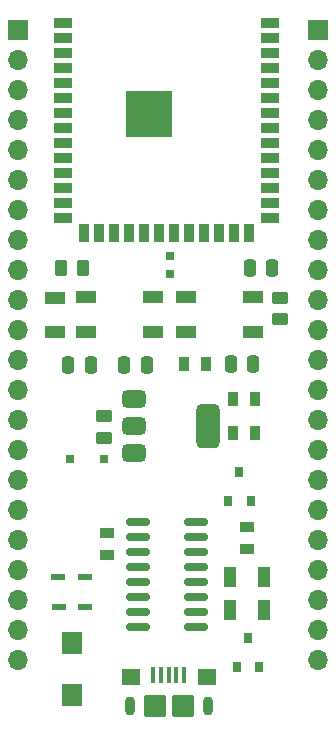
<source format=gbr>
%TF.GenerationSoftware,KiCad,Pcbnew,8.0.8*%
%TF.CreationDate,2025-02-25T12:41:36-05:00*%
%TF.ProjectId,pcb1,70636231-2e6b-4696-9361-645f70636258,rev?*%
%TF.SameCoordinates,Original*%
%TF.FileFunction,Soldermask,Top*%
%TF.FilePolarity,Negative*%
%FSLAX46Y46*%
G04 Gerber Fmt 4.6, Leading zero omitted, Abs format (unit mm)*
G04 Created by KiCad (PCBNEW 8.0.8) date 2025-02-25 12:41:36*
%MOMM*%
%LPD*%
G01*
G04 APERTURE LIST*
G04 Aperture macros list*
%AMRoundRect*
0 Rectangle with rounded corners*
0 $1 Rounding radius*
0 $2 $3 $4 $5 $6 $7 $8 $9 X,Y pos of 4 corners*
0 Add a 4 corners polygon primitive as box body*
4,1,4,$2,$3,$4,$5,$6,$7,$8,$9,$2,$3,0*
0 Add four circle primitives for the rounded corners*
1,1,$1+$1,$2,$3*
1,1,$1+$1,$4,$5*
1,1,$1+$1,$6,$7*
1,1,$1+$1,$8,$9*
0 Add four rect primitives between the rounded corners*
20,1,$1+$1,$2,$3,$4,$5,0*
20,1,$1+$1,$4,$5,$6,$7,0*
20,1,$1+$1,$6,$7,$8,$9,0*
20,1,$1+$1,$8,$9,$2,$3,0*%
G04 Aperture macros list end*
%ADD10R,1.016000X1.752600*%
%ADD11RoundRect,0.150000X-0.825000X-0.150000X0.825000X-0.150000X0.825000X0.150000X-0.825000X0.150000X0*%
%ADD12R,1.701800X1.879600*%
%ADD13R,0.799998X0.755599*%
%ADD14RoundRect,0.100000X-0.100000X-0.575000X0.100000X-0.575000X0.100000X0.575000X-0.100000X0.575000X0*%
%ADD15O,0.900000X1.600000*%
%ADD16RoundRect,0.250000X-0.550000X-0.450000X0.550000X-0.450000X0.550000X0.450000X-0.550000X0.450000X0*%
%ADD17RoundRect,0.250000X-0.700000X-0.700000X0.700000X-0.700000X0.700000X0.700000X-0.700000X0.700000X0*%
%ADD18RoundRect,0.250000X0.250000X0.475000X-0.250000X0.475000X-0.250000X-0.475000X0.250000X-0.475000X0*%
%ADD19R,0.863600X1.244600*%
%ADD20R,1.701800X0.990600*%
%ADD21R,0.660400X0.914400*%
%ADD22RoundRect,0.250000X0.450000X-0.262500X0.450000X0.262500X-0.450000X0.262500X-0.450000X-0.262500X0*%
%ADD23R,1.752600X1.016000*%
%ADD24RoundRect,0.250000X-0.250000X-0.475000X0.250000X-0.475000X0.250000X0.475000X-0.250000X0.475000X0*%
%ADD25R,1.500000X0.900000*%
%ADD26R,0.900000X1.500000*%
%ADD27C,0.600000*%
%ADD28R,3.900000X3.900000*%
%ADD29R,1.168400X0.482600*%
%ADD30RoundRect,0.375000X-0.625000X-0.375000X0.625000X-0.375000X0.625000X0.375000X-0.625000X0.375000X0*%
%ADD31RoundRect,0.500000X-0.500000X-1.400000X0.500000X-1.400000X0.500000X1.400000X-0.500000X1.400000X0*%
%ADD32R,1.244600X0.863600*%
%ADD33RoundRect,0.250000X-0.262500X-0.450000X0.262500X-0.450000X0.262500X0.450000X-0.262500X0.450000X0*%
%ADD34R,0.711200X0.787400*%
%ADD35R,1.700000X1.700000*%
%ADD36O,1.700000X1.700000*%
G04 APERTURE END LIST*
D10*
%TO.C,R3*%
X119583200Y-89763600D03*
X122428000Y-89763600D03*
%TD*%
D11*
%TO.C,U3*%
X111725000Y-82305000D03*
X111725000Y-83575000D03*
X111725000Y-84845000D03*
X111725000Y-86115000D03*
X111725000Y-87385000D03*
X111725000Y-88655000D03*
X111725000Y-89925000D03*
X111725000Y-91195000D03*
X116675000Y-91195000D03*
X116675000Y-89925000D03*
X116675000Y-88655000D03*
X116675000Y-87385000D03*
X116675000Y-86115000D03*
X116675000Y-84845000D03*
X116675000Y-83575000D03*
X116675000Y-82305000D03*
%TD*%
D12*
%TO.C,D3*%
X106172000Y-92583000D03*
X106172000Y-97002600D03*
%TD*%
D13*
%TO.C,R14*%
X114439700Y-59775801D03*
X114439700Y-61331399D03*
%TD*%
D14*
%TO.C,J1*%
X113060000Y-95255000D03*
X113710000Y-95255000D03*
X114360000Y-95255000D03*
X115010000Y-95255000D03*
X115660000Y-95255000D03*
D15*
X111060000Y-97930000D03*
D16*
X111160000Y-95480000D03*
D17*
X113160000Y-97930000D03*
X115560000Y-97930000D03*
D16*
X117560000Y-95480000D03*
D15*
X117660000Y-97930000D03*
%TD*%
D18*
%TO.C,C5*%
X112500000Y-69000000D03*
X110600000Y-69000000D03*
%TD*%
D19*
%TO.C,C8*%
X115684300Y-68985000D03*
X117538500Y-68985000D03*
%TD*%
D20*
%TO.C,SW2*%
X113026300Y-66270000D03*
X107311300Y-66270000D03*
X113026300Y-63270000D03*
X107311300Y-63270000D03*
%TD*%
D21*
%TO.C,Q2*%
X120099998Y-94615000D03*
X122000000Y-94615000D03*
X121049999Y-92125800D03*
%TD*%
D22*
%TO.C,R1*%
X123757800Y-65174500D03*
X123757800Y-63349500D03*
%TD*%
D19*
%TO.C,C1*%
X119773700Y-71932800D03*
X121627900Y-71932800D03*
%TD*%
D10*
%TO.C,R4*%
X119583200Y-87020400D03*
X122428000Y-87020400D03*
%TD*%
D19*
%TO.C,C2*%
X119772900Y-74800000D03*
X121627100Y-74800000D03*
%TD*%
D23*
%TO.C,R15*%
X104749600Y-66243200D03*
X104749600Y-63398400D03*
%TD*%
D22*
%TO.C,R13*%
X108900000Y-75212500D03*
X108900000Y-73387500D03*
%TD*%
D24*
%TO.C,C9*%
X121211300Y-60857000D03*
X123111300Y-60857000D03*
%TD*%
D20*
%TO.C,SW1*%
X115811300Y-63270000D03*
X121526300Y-63270000D03*
X115811300Y-66270000D03*
X121526300Y-66270000D03*
%TD*%
D18*
%TO.C,C10*%
X107750000Y-69000000D03*
X105850000Y-69000000D03*
%TD*%
D25*
%TO.C,U1*%
X105423000Y-40079000D03*
X105423000Y-41349000D03*
X105423000Y-42619000D03*
X105423000Y-43889000D03*
X105423000Y-45159000D03*
X105423000Y-46429000D03*
X105423000Y-47699000D03*
X105423000Y-48969000D03*
X105423000Y-50239000D03*
X105423000Y-51509000D03*
X105423000Y-52779000D03*
X105423000Y-54049000D03*
X105423000Y-55319000D03*
X105423000Y-56589000D03*
D26*
X107188000Y-57839000D03*
X108458000Y-57839000D03*
X109728000Y-57839000D03*
X110998000Y-57839000D03*
X112268000Y-57839000D03*
X113538000Y-57839000D03*
X114808000Y-57839000D03*
X116078000Y-57839000D03*
X117348000Y-57839000D03*
X118618000Y-57839000D03*
X119888000Y-57839000D03*
X121158000Y-57839000D03*
D25*
X122923000Y-56589000D03*
X122923000Y-55319000D03*
X122923000Y-54049000D03*
X122923000Y-52779000D03*
X122923000Y-51509000D03*
X122923000Y-50239000D03*
X122923000Y-48969000D03*
X122923000Y-47699000D03*
X122923000Y-46429000D03*
X122923000Y-45159000D03*
X122923000Y-43889000D03*
X122923000Y-42619000D03*
X122923000Y-41349000D03*
X122923000Y-40079000D03*
D27*
X111273000Y-47099000D03*
X111273000Y-48499000D03*
X111973000Y-46399000D03*
X111973000Y-47799000D03*
X111973000Y-49199000D03*
X112673000Y-47099000D03*
D28*
X112673000Y-47799000D03*
D27*
X112673000Y-48499000D03*
X113373000Y-46399000D03*
X113373000Y-47799000D03*
X113373000Y-49199000D03*
X114073000Y-47099000D03*
X114073000Y-48499000D03*
%TD*%
D29*
%TO.C,D4*%
X107238800Y-87020400D03*
X105003600Y-87020400D03*
%TD*%
D30*
%TO.C,U2*%
X111400000Y-71900000D03*
X111400000Y-74200000D03*
D31*
X117700000Y-74200000D03*
D30*
X111400000Y-76500000D03*
%TD*%
D32*
%TO.C,C6*%
X109093000Y-85128100D03*
X109093000Y-83273900D03*
%TD*%
D29*
%TO.C,D2*%
X107289600Y-89509600D03*
X105054400Y-89509600D03*
%TD*%
D21*
%TO.C,Q1*%
X119395199Y-80543400D03*
X121295201Y-80543400D03*
X120345200Y-78054200D03*
%TD*%
D33*
%TO.C,R2*%
X105246800Y-60857000D03*
X107071800Y-60857000D03*
%TD*%
D24*
%TO.C,C4*%
X119632800Y-68961000D03*
X121532800Y-68961000D03*
%TD*%
D34*
%TO.C,D5*%
X105989500Y-77035700D03*
X108910500Y-77035700D03*
%TD*%
D32*
%TO.C,C3*%
X120954800Y-82791300D03*
X120954800Y-84645500D03*
%TD*%
D35*
%TO.C,J3*%
X127000000Y-40640000D03*
D36*
X127000000Y-43180000D03*
X127000000Y-45720000D03*
X127000000Y-48260000D03*
X127000000Y-50800000D03*
X127000000Y-53340000D03*
X127000000Y-55880000D03*
X127000000Y-58420000D03*
X127000000Y-60960000D03*
X127000000Y-63500000D03*
X127000000Y-66040000D03*
X127000000Y-68580000D03*
X127000000Y-71120000D03*
X127000000Y-73660000D03*
X127000000Y-76200000D03*
X127000000Y-78740000D03*
X127000000Y-81280000D03*
X127000000Y-83820000D03*
X127000000Y-86360000D03*
X127000000Y-88900000D03*
X127000000Y-91440000D03*
X127000000Y-93980000D03*
%TD*%
D35*
%TO.C,J2*%
X101600000Y-40640000D03*
D36*
X101600000Y-43180000D03*
X101600000Y-45720000D03*
X101600000Y-48260000D03*
X101600000Y-50800000D03*
X101600000Y-53340000D03*
X101600000Y-55880000D03*
X101600000Y-58420000D03*
X101600000Y-60960000D03*
X101600000Y-63500000D03*
X101600000Y-66040000D03*
X101600000Y-68580000D03*
X101600000Y-71120000D03*
X101600000Y-73660000D03*
X101600000Y-76200000D03*
X101600000Y-78740000D03*
X101600000Y-81280000D03*
X101600000Y-83820000D03*
X101600000Y-86360000D03*
X101600000Y-88900000D03*
X101600000Y-91440000D03*
X101600000Y-93980000D03*
%TD*%
M02*

</source>
